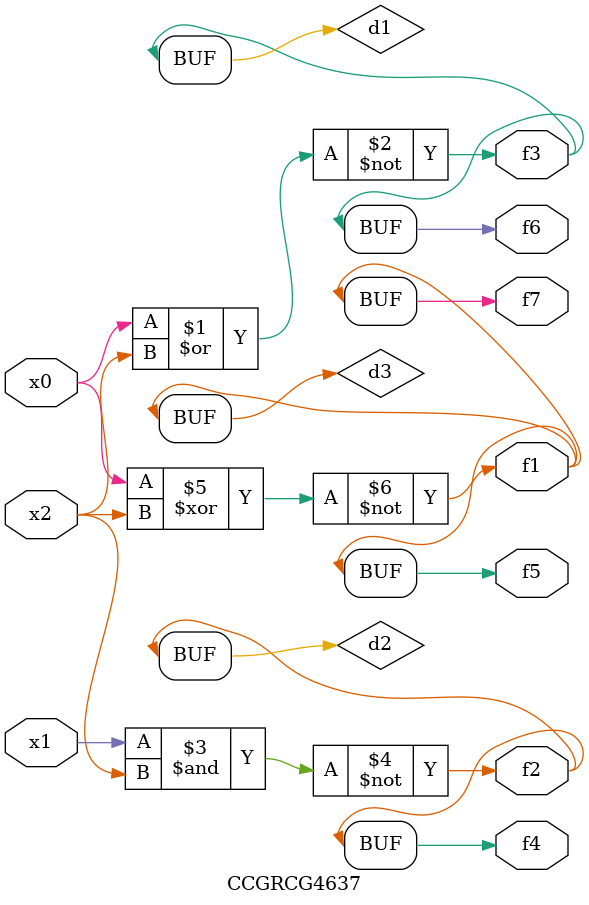
<source format=v>
module CCGRCG4637(
	input x0, x1, x2,
	output f1, f2, f3, f4, f5, f6, f7
);

	wire d1, d2, d3;

	nor (d1, x0, x2);
	nand (d2, x1, x2);
	xnor (d3, x0, x2);
	assign f1 = d3;
	assign f2 = d2;
	assign f3 = d1;
	assign f4 = d2;
	assign f5 = d3;
	assign f6 = d1;
	assign f7 = d3;
endmodule

</source>
